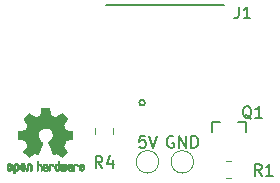
<source format=gbr>
%TF.GenerationSoftware,KiCad,Pcbnew,(5.1.8-0-10_14)*%
%TF.CreationDate,2021-03-11T12:17:28+11:00*%
%TF.ProjectId,Open-JIP(KiCad)_T3.6_OD,4f70656e-2d4a-4495-9028-4b6943616429,rev?*%
%TF.SameCoordinates,Original*%
%TF.FileFunction,Legend,Top*%
%TF.FilePolarity,Positive*%
%FSLAX46Y46*%
G04 Gerber Fmt 4.6, Leading zero omitted, Abs format (unit mm)*
G04 Created by KiCad (PCBNEW (5.1.8-0-10_14)) date 2021-03-11 12:17:28*
%MOMM*%
%LPD*%
G01*
G04 APERTURE LIST*
%ADD10C,0.010000*%
%ADD11C,0.200000*%
%ADD12C,0.120000*%
%ADD13C,0.203200*%
%ADD14C,0.150000*%
G04 APERTURE END LIST*
D10*
%TO.C,REF\u002A\u002A*%
G36*
X65003910Y-123342348D02*
G01*
X65082454Y-123342778D01*
X65139298Y-123343942D01*
X65178105Y-123346207D01*
X65202538Y-123349940D01*
X65216262Y-123355506D01*
X65222940Y-123363273D01*
X65226236Y-123373605D01*
X65226556Y-123374943D01*
X65231562Y-123399079D01*
X65240829Y-123446701D01*
X65253392Y-123512741D01*
X65268287Y-123592128D01*
X65284551Y-123679796D01*
X65285119Y-123682875D01*
X65301410Y-123768789D01*
X65316652Y-123844696D01*
X65329861Y-123906045D01*
X65340054Y-123948282D01*
X65346248Y-123966855D01*
X65346543Y-123967184D01*
X65364788Y-123976253D01*
X65402405Y-123991367D01*
X65451271Y-124009262D01*
X65451543Y-124009358D01*
X65513093Y-124032493D01*
X65585657Y-124061965D01*
X65654057Y-124091597D01*
X65657294Y-124093062D01*
X65768702Y-124143626D01*
X66015399Y-123975160D01*
X66091077Y-123923803D01*
X66159631Y-123877889D01*
X66217088Y-123840030D01*
X66259476Y-123812837D01*
X66282825Y-123798921D01*
X66285042Y-123797889D01*
X66302010Y-123802484D01*
X66333701Y-123824655D01*
X66381352Y-123865447D01*
X66446198Y-123925905D01*
X66512397Y-123990227D01*
X66576214Y-124053612D01*
X66633329Y-124111451D01*
X66680305Y-124160175D01*
X66713703Y-124196210D01*
X66730085Y-124215984D01*
X66730694Y-124217002D01*
X66732505Y-124230572D01*
X66725683Y-124252733D01*
X66708540Y-124286478D01*
X66679393Y-124334800D01*
X66636555Y-124400692D01*
X66579448Y-124485517D01*
X66528766Y-124560177D01*
X66483461Y-124627140D01*
X66446150Y-124682516D01*
X66419452Y-124722420D01*
X66405985Y-124742962D01*
X66405137Y-124744356D01*
X66406781Y-124764038D01*
X66419245Y-124802293D01*
X66440048Y-124851889D01*
X66447462Y-124867728D01*
X66479814Y-124938290D01*
X66514328Y-125018353D01*
X66542365Y-125087629D01*
X66562568Y-125139045D01*
X66578615Y-125178119D01*
X66587888Y-125198541D01*
X66589041Y-125200114D01*
X66606096Y-125202721D01*
X66646298Y-125209863D01*
X66704302Y-125220523D01*
X66774763Y-125233685D01*
X66852335Y-125248333D01*
X66931672Y-125263449D01*
X67007431Y-125278018D01*
X67074264Y-125291022D01*
X67126828Y-125301445D01*
X67159776Y-125308270D01*
X67167857Y-125310199D01*
X67176205Y-125314962D01*
X67182506Y-125325718D01*
X67187045Y-125346098D01*
X67190104Y-125379734D01*
X67191967Y-125430255D01*
X67192918Y-125501292D01*
X67193240Y-125596476D01*
X67193257Y-125635492D01*
X67193257Y-125952799D01*
X67117057Y-125967839D01*
X67074663Y-125975995D01*
X67011400Y-125987899D01*
X66934962Y-126002116D01*
X66853043Y-126017210D01*
X66830400Y-126021355D01*
X66754806Y-126036053D01*
X66688953Y-126050505D01*
X66638366Y-126063375D01*
X66608574Y-126073322D01*
X66603612Y-126076287D01*
X66591426Y-126097283D01*
X66573953Y-126137967D01*
X66554577Y-126190322D01*
X66550734Y-126201600D01*
X66525339Y-126271523D01*
X66493817Y-126350418D01*
X66462969Y-126421266D01*
X66462817Y-126421595D01*
X66411447Y-126532733D01*
X66580399Y-126781253D01*
X66749352Y-127029772D01*
X66532429Y-127247058D01*
X66466819Y-127311726D01*
X66406979Y-127368733D01*
X66356267Y-127415033D01*
X66318046Y-127447584D01*
X66295675Y-127463343D01*
X66292466Y-127464343D01*
X66273626Y-127456469D01*
X66235180Y-127434578D01*
X66181330Y-127401267D01*
X66116276Y-127359131D01*
X66045940Y-127311943D01*
X65974555Y-127263810D01*
X65910908Y-127221928D01*
X65859041Y-127188871D01*
X65822995Y-127167218D01*
X65806867Y-127159543D01*
X65787189Y-127166037D01*
X65749875Y-127183150D01*
X65702621Y-127207326D01*
X65697612Y-127210013D01*
X65633977Y-127241927D01*
X65590341Y-127257579D01*
X65563202Y-127257745D01*
X65549057Y-127243204D01*
X65548975Y-127243000D01*
X65541905Y-127225779D01*
X65525042Y-127184899D01*
X65499695Y-127123525D01*
X65467171Y-127044819D01*
X65428778Y-126951947D01*
X65385822Y-126848072D01*
X65344222Y-126747502D01*
X65298504Y-126636516D01*
X65256526Y-126533703D01*
X65219548Y-126442215D01*
X65188827Y-126365201D01*
X65165622Y-126305815D01*
X65151190Y-126267209D01*
X65146743Y-126252800D01*
X65157896Y-126236272D01*
X65187069Y-126209930D01*
X65225971Y-126180887D01*
X65336757Y-126089039D01*
X65423351Y-125983759D01*
X65484716Y-125867266D01*
X65519815Y-125741776D01*
X65527608Y-125609507D01*
X65521943Y-125548457D01*
X65491078Y-125421795D01*
X65437920Y-125309941D01*
X65365767Y-125214001D01*
X65277917Y-125135076D01*
X65177665Y-125074270D01*
X65068310Y-125032687D01*
X64953147Y-125011428D01*
X64835475Y-125011599D01*
X64718590Y-125034301D01*
X64605789Y-125080638D01*
X64500369Y-125151713D01*
X64456368Y-125191911D01*
X64371979Y-125295129D01*
X64313222Y-125407925D01*
X64279704Y-125527010D01*
X64271035Y-125649095D01*
X64286823Y-125770893D01*
X64326678Y-125889116D01*
X64390207Y-126000475D01*
X64477021Y-126101684D01*
X64574029Y-126180887D01*
X64614437Y-126211162D01*
X64642982Y-126237219D01*
X64653257Y-126252825D01*
X64647877Y-126269843D01*
X64632575Y-126310500D01*
X64608612Y-126371642D01*
X64577244Y-126450119D01*
X64539732Y-126542780D01*
X64497333Y-126646472D01*
X64455663Y-126747526D01*
X64409690Y-126858607D01*
X64367107Y-126961541D01*
X64329221Y-127053165D01*
X64297340Y-127130316D01*
X64272771Y-127189831D01*
X64256820Y-127228544D01*
X64250910Y-127243000D01*
X64236948Y-127257685D01*
X64209940Y-127257642D01*
X64166413Y-127242099D01*
X64102890Y-127210284D01*
X64102388Y-127210013D01*
X64054560Y-127185323D01*
X64015897Y-127167338D01*
X63994095Y-127159614D01*
X63993133Y-127159543D01*
X63976721Y-127167378D01*
X63940487Y-127189165D01*
X63888474Y-127222328D01*
X63824725Y-127264291D01*
X63754060Y-127311943D01*
X63682116Y-127360191D01*
X63617274Y-127402151D01*
X63563735Y-127435227D01*
X63525697Y-127456821D01*
X63507533Y-127464343D01*
X63490808Y-127454457D01*
X63457180Y-127426826D01*
X63410010Y-127384495D01*
X63352658Y-127330505D01*
X63288484Y-127267899D01*
X63267497Y-127246983D01*
X63050499Y-127029623D01*
X63215668Y-126787220D01*
X63265864Y-126712781D01*
X63309919Y-126645972D01*
X63345362Y-126590665D01*
X63369719Y-126550729D01*
X63380522Y-126530036D01*
X63380838Y-126528563D01*
X63375143Y-126509058D01*
X63359826Y-126469822D01*
X63337537Y-126417430D01*
X63321893Y-126382355D01*
X63292641Y-126315201D01*
X63265094Y-126247358D01*
X63243737Y-126190034D01*
X63237935Y-126172572D01*
X63221452Y-126125938D01*
X63205340Y-126089905D01*
X63196490Y-126076287D01*
X63176960Y-126067952D01*
X63134334Y-126056137D01*
X63074145Y-126042181D01*
X63001922Y-126027422D01*
X62969600Y-126021355D01*
X62887522Y-126006273D01*
X62808795Y-125991669D01*
X62741109Y-125978980D01*
X62692160Y-125969642D01*
X62682943Y-125967839D01*
X62606743Y-125952799D01*
X62606743Y-125635492D01*
X62606914Y-125531154D01*
X62607616Y-125452213D01*
X62609134Y-125395038D01*
X62611749Y-125355999D01*
X62615746Y-125331465D01*
X62621409Y-125317805D01*
X62629020Y-125311389D01*
X62632143Y-125310199D01*
X62650978Y-125305980D01*
X62692588Y-125297562D01*
X62751630Y-125285961D01*
X62822757Y-125272195D01*
X62900625Y-125257280D01*
X62979887Y-125242232D01*
X63055198Y-125228069D01*
X63121213Y-125215806D01*
X63172587Y-125206461D01*
X63203975Y-125201050D01*
X63210959Y-125200114D01*
X63217285Y-125187596D01*
X63231290Y-125154246D01*
X63250355Y-125106377D01*
X63257634Y-125087629D01*
X63286996Y-125015195D01*
X63321571Y-124935170D01*
X63352537Y-124867728D01*
X63375323Y-124816159D01*
X63390482Y-124773785D01*
X63395542Y-124747834D01*
X63394736Y-124744356D01*
X63384041Y-124727936D01*
X63359620Y-124691417D01*
X63324095Y-124638687D01*
X63280087Y-124573635D01*
X63230217Y-124500151D01*
X63220356Y-124485645D01*
X63162492Y-124399704D01*
X63119956Y-124334261D01*
X63091054Y-124286304D01*
X63074090Y-124252820D01*
X63067367Y-124230795D01*
X63069190Y-124217217D01*
X63069236Y-124217131D01*
X63083586Y-124199297D01*
X63115323Y-124164817D01*
X63161010Y-124117268D01*
X63217204Y-124060222D01*
X63280468Y-123997255D01*
X63287602Y-123990227D01*
X63367330Y-123913020D01*
X63428857Y-123856330D01*
X63473421Y-123819110D01*
X63502257Y-123800315D01*
X63514958Y-123797889D01*
X63533494Y-123808471D01*
X63571961Y-123832916D01*
X63626386Y-123868612D01*
X63692798Y-123912947D01*
X63767225Y-123963311D01*
X63784601Y-123975160D01*
X64031297Y-124143626D01*
X64142706Y-124093062D01*
X64210457Y-124063595D01*
X64283183Y-124033959D01*
X64345703Y-124010330D01*
X64348457Y-124009358D01*
X64397360Y-123991457D01*
X64435057Y-123976320D01*
X64453425Y-123967210D01*
X64453456Y-123967184D01*
X64459285Y-123950717D01*
X64469192Y-123910219D01*
X64482195Y-123850242D01*
X64497309Y-123775340D01*
X64513552Y-123690064D01*
X64514881Y-123682875D01*
X64531175Y-123595014D01*
X64546133Y-123515260D01*
X64558791Y-123448681D01*
X64568186Y-123400347D01*
X64573354Y-123375325D01*
X64573444Y-123374943D01*
X64576589Y-123364299D01*
X64582704Y-123356262D01*
X64595453Y-123350467D01*
X64618500Y-123346547D01*
X64655509Y-123344135D01*
X64710144Y-123342865D01*
X64786067Y-123342371D01*
X64886944Y-123342286D01*
X64900000Y-123342286D01*
X65003910Y-123342348D01*
G37*
X65003910Y-123342348D02*
X65082454Y-123342778D01*
X65139298Y-123343942D01*
X65178105Y-123346207D01*
X65202538Y-123349940D01*
X65216262Y-123355506D01*
X65222940Y-123363273D01*
X65226236Y-123373605D01*
X65226556Y-123374943D01*
X65231562Y-123399079D01*
X65240829Y-123446701D01*
X65253392Y-123512741D01*
X65268287Y-123592128D01*
X65284551Y-123679796D01*
X65285119Y-123682875D01*
X65301410Y-123768789D01*
X65316652Y-123844696D01*
X65329861Y-123906045D01*
X65340054Y-123948282D01*
X65346248Y-123966855D01*
X65346543Y-123967184D01*
X65364788Y-123976253D01*
X65402405Y-123991367D01*
X65451271Y-124009262D01*
X65451543Y-124009358D01*
X65513093Y-124032493D01*
X65585657Y-124061965D01*
X65654057Y-124091597D01*
X65657294Y-124093062D01*
X65768702Y-124143626D01*
X66015399Y-123975160D01*
X66091077Y-123923803D01*
X66159631Y-123877889D01*
X66217088Y-123840030D01*
X66259476Y-123812837D01*
X66282825Y-123798921D01*
X66285042Y-123797889D01*
X66302010Y-123802484D01*
X66333701Y-123824655D01*
X66381352Y-123865447D01*
X66446198Y-123925905D01*
X66512397Y-123990227D01*
X66576214Y-124053612D01*
X66633329Y-124111451D01*
X66680305Y-124160175D01*
X66713703Y-124196210D01*
X66730085Y-124215984D01*
X66730694Y-124217002D01*
X66732505Y-124230572D01*
X66725683Y-124252733D01*
X66708540Y-124286478D01*
X66679393Y-124334800D01*
X66636555Y-124400692D01*
X66579448Y-124485517D01*
X66528766Y-124560177D01*
X66483461Y-124627140D01*
X66446150Y-124682516D01*
X66419452Y-124722420D01*
X66405985Y-124742962D01*
X66405137Y-124744356D01*
X66406781Y-124764038D01*
X66419245Y-124802293D01*
X66440048Y-124851889D01*
X66447462Y-124867728D01*
X66479814Y-124938290D01*
X66514328Y-125018353D01*
X66542365Y-125087629D01*
X66562568Y-125139045D01*
X66578615Y-125178119D01*
X66587888Y-125198541D01*
X66589041Y-125200114D01*
X66606096Y-125202721D01*
X66646298Y-125209863D01*
X66704302Y-125220523D01*
X66774763Y-125233685D01*
X66852335Y-125248333D01*
X66931672Y-125263449D01*
X67007431Y-125278018D01*
X67074264Y-125291022D01*
X67126828Y-125301445D01*
X67159776Y-125308270D01*
X67167857Y-125310199D01*
X67176205Y-125314962D01*
X67182506Y-125325718D01*
X67187045Y-125346098D01*
X67190104Y-125379734D01*
X67191967Y-125430255D01*
X67192918Y-125501292D01*
X67193240Y-125596476D01*
X67193257Y-125635492D01*
X67193257Y-125952799D01*
X67117057Y-125967839D01*
X67074663Y-125975995D01*
X67011400Y-125987899D01*
X66934962Y-126002116D01*
X66853043Y-126017210D01*
X66830400Y-126021355D01*
X66754806Y-126036053D01*
X66688953Y-126050505D01*
X66638366Y-126063375D01*
X66608574Y-126073322D01*
X66603612Y-126076287D01*
X66591426Y-126097283D01*
X66573953Y-126137967D01*
X66554577Y-126190322D01*
X66550734Y-126201600D01*
X66525339Y-126271523D01*
X66493817Y-126350418D01*
X66462969Y-126421266D01*
X66462817Y-126421595D01*
X66411447Y-126532733D01*
X66580399Y-126781253D01*
X66749352Y-127029772D01*
X66532429Y-127247058D01*
X66466819Y-127311726D01*
X66406979Y-127368733D01*
X66356267Y-127415033D01*
X66318046Y-127447584D01*
X66295675Y-127463343D01*
X66292466Y-127464343D01*
X66273626Y-127456469D01*
X66235180Y-127434578D01*
X66181330Y-127401267D01*
X66116276Y-127359131D01*
X66045940Y-127311943D01*
X65974555Y-127263810D01*
X65910908Y-127221928D01*
X65859041Y-127188871D01*
X65822995Y-127167218D01*
X65806867Y-127159543D01*
X65787189Y-127166037D01*
X65749875Y-127183150D01*
X65702621Y-127207326D01*
X65697612Y-127210013D01*
X65633977Y-127241927D01*
X65590341Y-127257579D01*
X65563202Y-127257745D01*
X65549057Y-127243204D01*
X65548975Y-127243000D01*
X65541905Y-127225779D01*
X65525042Y-127184899D01*
X65499695Y-127123525D01*
X65467171Y-127044819D01*
X65428778Y-126951947D01*
X65385822Y-126848072D01*
X65344222Y-126747502D01*
X65298504Y-126636516D01*
X65256526Y-126533703D01*
X65219548Y-126442215D01*
X65188827Y-126365201D01*
X65165622Y-126305815D01*
X65151190Y-126267209D01*
X65146743Y-126252800D01*
X65157896Y-126236272D01*
X65187069Y-126209930D01*
X65225971Y-126180887D01*
X65336757Y-126089039D01*
X65423351Y-125983759D01*
X65484716Y-125867266D01*
X65519815Y-125741776D01*
X65527608Y-125609507D01*
X65521943Y-125548457D01*
X65491078Y-125421795D01*
X65437920Y-125309941D01*
X65365767Y-125214001D01*
X65277917Y-125135076D01*
X65177665Y-125074270D01*
X65068310Y-125032687D01*
X64953147Y-125011428D01*
X64835475Y-125011599D01*
X64718590Y-125034301D01*
X64605789Y-125080638D01*
X64500369Y-125151713D01*
X64456368Y-125191911D01*
X64371979Y-125295129D01*
X64313222Y-125407925D01*
X64279704Y-125527010D01*
X64271035Y-125649095D01*
X64286823Y-125770893D01*
X64326678Y-125889116D01*
X64390207Y-126000475D01*
X64477021Y-126101684D01*
X64574029Y-126180887D01*
X64614437Y-126211162D01*
X64642982Y-126237219D01*
X64653257Y-126252825D01*
X64647877Y-126269843D01*
X64632575Y-126310500D01*
X64608612Y-126371642D01*
X64577244Y-126450119D01*
X64539732Y-126542780D01*
X64497333Y-126646472D01*
X64455663Y-126747526D01*
X64409690Y-126858607D01*
X64367107Y-126961541D01*
X64329221Y-127053165D01*
X64297340Y-127130316D01*
X64272771Y-127189831D01*
X64256820Y-127228544D01*
X64250910Y-127243000D01*
X64236948Y-127257685D01*
X64209940Y-127257642D01*
X64166413Y-127242099D01*
X64102890Y-127210284D01*
X64102388Y-127210013D01*
X64054560Y-127185323D01*
X64015897Y-127167338D01*
X63994095Y-127159614D01*
X63993133Y-127159543D01*
X63976721Y-127167378D01*
X63940487Y-127189165D01*
X63888474Y-127222328D01*
X63824725Y-127264291D01*
X63754060Y-127311943D01*
X63682116Y-127360191D01*
X63617274Y-127402151D01*
X63563735Y-127435227D01*
X63525697Y-127456821D01*
X63507533Y-127464343D01*
X63490808Y-127454457D01*
X63457180Y-127426826D01*
X63410010Y-127384495D01*
X63352658Y-127330505D01*
X63288484Y-127267899D01*
X63267497Y-127246983D01*
X63050499Y-127029623D01*
X63215668Y-126787220D01*
X63265864Y-126712781D01*
X63309919Y-126645972D01*
X63345362Y-126590665D01*
X63369719Y-126550729D01*
X63380522Y-126530036D01*
X63380838Y-126528563D01*
X63375143Y-126509058D01*
X63359826Y-126469822D01*
X63337537Y-126417430D01*
X63321893Y-126382355D01*
X63292641Y-126315201D01*
X63265094Y-126247358D01*
X63243737Y-126190034D01*
X63237935Y-126172572D01*
X63221452Y-126125938D01*
X63205340Y-126089905D01*
X63196490Y-126076287D01*
X63176960Y-126067952D01*
X63134334Y-126056137D01*
X63074145Y-126042181D01*
X63001922Y-126027422D01*
X62969600Y-126021355D01*
X62887522Y-126006273D01*
X62808795Y-125991669D01*
X62741109Y-125978980D01*
X62692160Y-125969642D01*
X62682943Y-125967839D01*
X62606743Y-125952799D01*
X62606743Y-125635492D01*
X62606914Y-125531154D01*
X62607616Y-125452213D01*
X62609134Y-125395038D01*
X62611749Y-125355999D01*
X62615746Y-125331465D01*
X62621409Y-125317805D01*
X62629020Y-125311389D01*
X62632143Y-125310199D01*
X62650978Y-125305980D01*
X62692588Y-125297562D01*
X62751630Y-125285961D01*
X62822757Y-125272195D01*
X62900625Y-125257280D01*
X62979887Y-125242232D01*
X63055198Y-125228069D01*
X63121213Y-125215806D01*
X63172587Y-125206461D01*
X63203975Y-125201050D01*
X63210959Y-125200114D01*
X63217285Y-125187596D01*
X63231290Y-125154246D01*
X63250355Y-125106377D01*
X63257634Y-125087629D01*
X63286996Y-125015195D01*
X63321571Y-124935170D01*
X63352537Y-124867728D01*
X63375323Y-124816159D01*
X63390482Y-124773785D01*
X63395542Y-124747834D01*
X63394736Y-124744356D01*
X63384041Y-124727936D01*
X63359620Y-124691417D01*
X63324095Y-124638687D01*
X63280087Y-124573635D01*
X63230217Y-124500151D01*
X63220356Y-124485645D01*
X63162492Y-124399704D01*
X63119956Y-124334261D01*
X63091054Y-124286304D01*
X63074090Y-124252820D01*
X63067367Y-124230795D01*
X63069190Y-124217217D01*
X63069236Y-124217131D01*
X63083586Y-124199297D01*
X63115323Y-124164817D01*
X63161010Y-124117268D01*
X63217204Y-124060222D01*
X63280468Y-123997255D01*
X63287602Y-123990227D01*
X63367330Y-123913020D01*
X63428857Y-123856330D01*
X63473421Y-123819110D01*
X63502257Y-123800315D01*
X63514958Y-123797889D01*
X63533494Y-123808471D01*
X63571961Y-123832916D01*
X63626386Y-123868612D01*
X63692798Y-123912947D01*
X63767225Y-123963311D01*
X63784601Y-123975160D01*
X64031297Y-124143626D01*
X64142706Y-124093062D01*
X64210457Y-124063595D01*
X64283183Y-124033959D01*
X64345703Y-124010330D01*
X64348457Y-124009358D01*
X64397360Y-123991457D01*
X64435057Y-123976320D01*
X64453425Y-123967210D01*
X64453456Y-123967184D01*
X64459285Y-123950717D01*
X64469192Y-123910219D01*
X64482195Y-123850242D01*
X64497309Y-123775340D01*
X64513552Y-123690064D01*
X64514881Y-123682875D01*
X64531175Y-123595014D01*
X64546133Y-123515260D01*
X64558791Y-123448681D01*
X64568186Y-123400347D01*
X64573354Y-123375325D01*
X64573444Y-123374943D01*
X64576589Y-123364299D01*
X64582704Y-123356262D01*
X64595453Y-123350467D01*
X64618500Y-123346547D01*
X64655509Y-123344135D01*
X64710144Y-123342865D01*
X64786067Y-123342371D01*
X64886944Y-123342286D01*
X64900000Y-123342286D01*
X65003910Y-123342348D01*
G36*
X68053595Y-128066966D02*
G01*
X68111021Y-128104497D01*
X68138719Y-128138096D01*
X68160662Y-128199064D01*
X68162405Y-128247308D01*
X68158457Y-128311816D01*
X68009686Y-128376934D01*
X67937349Y-128410202D01*
X67890084Y-128436964D01*
X67865507Y-128460144D01*
X67861237Y-128482667D01*
X67874889Y-128507455D01*
X67889943Y-128523886D01*
X67933746Y-128550235D01*
X67981389Y-128552081D01*
X68025145Y-128531546D01*
X68057289Y-128490752D01*
X68063038Y-128476347D01*
X68090576Y-128431356D01*
X68122258Y-128412182D01*
X68165714Y-128395779D01*
X68165714Y-128457966D01*
X68161872Y-128500283D01*
X68146823Y-128535969D01*
X68115280Y-128576943D01*
X68110592Y-128582267D01*
X68075506Y-128618720D01*
X68045347Y-128638283D01*
X68007615Y-128647283D01*
X67976335Y-128650230D01*
X67920385Y-128650965D01*
X67880555Y-128641660D01*
X67855708Y-128627846D01*
X67816656Y-128597467D01*
X67789625Y-128564613D01*
X67772517Y-128523294D01*
X67763238Y-128467521D01*
X67759693Y-128391305D01*
X67759410Y-128352622D01*
X67760372Y-128306247D01*
X67848007Y-128306247D01*
X67849023Y-128331126D01*
X67851556Y-128335200D01*
X67868274Y-128329665D01*
X67904249Y-128315017D01*
X67952331Y-128294190D01*
X67962386Y-128289714D01*
X68023152Y-128258814D01*
X68056632Y-128231657D01*
X68063990Y-128206220D01*
X68046391Y-128180481D01*
X68031856Y-128169109D01*
X67979410Y-128146364D01*
X67930322Y-128150122D01*
X67889227Y-128177884D01*
X67860758Y-128227152D01*
X67851631Y-128266257D01*
X67848007Y-128306247D01*
X67760372Y-128306247D01*
X67761285Y-128262249D01*
X67768196Y-128195384D01*
X67781884Y-128146695D01*
X67804096Y-128110849D01*
X67836574Y-128082513D01*
X67850733Y-128073355D01*
X67915053Y-128049507D01*
X67985473Y-128048006D01*
X68053595Y-128066966D01*
G37*
X68053595Y-128066966D02*
X68111021Y-128104497D01*
X68138719Y-128138096D01*
X68160662Y-128199064D01*
X68162405Y-128247308D01*
X68158457Y-128311816D01*
X68009686Y-128376934D01*
X67937349Y-128410202D01*
X67890084Y-128436964D01*
X67865507Y-128460144D01*
X67861237Y-128482667D01*
X67874889Y-128507455D01*
X67889943Y-128523886D01*
X67933746Y-128550235D01*
X67981389Y-128552081D01*
X68025145Y-128531546D01*
X68057289Y-128490752D01*
X68063038Y-128476347D01*
X68090576Y-128431356D01*
X68122258Y-128412182D01*
X68165714Y-128395779D01*
X68165714Y-128457966D01*
X68161872Y-128500283D01*
X68146823Y-128535969D01*
X68115280Y-128576943D01*
X68110592Y-128582267D01*
X68075506Y-128618720D01*
X68045347Y-128638283D01*
X68007615Y-128647283D01*
X67976335Y-128650230D01*
X67920385Y-128650965D01*
X67880555Y-128641660D01*
X67855708Y-128627846D01*
X67816656Y-128597467D01*
X67789625Y-128564613D01*
X67772517Y-128523294D01*
X67763238Y-128467521D01*
X67759693Y-128391305D01*
X67759410Y-128352622D01*
X67760372Y-128306247D01*
X67848007Y-128306247D01*
X67849023Y-128331126D01*
X67851556Y-128335200D01*
X67868274Y-128329665D01*
X67904249Y-128315017D01*
X67952331Y-128294190D01*
X67962386Y-128289714D01*
X68023152Y-128258814D01*
X68056632Y-128231657D01*
X68063990Y-128206220D01*
X68046391Y-128180481D01*
X68031856Y-128169109D01*
X67979410Y-128146364D01*
X67930322Y-128150122D01*
X67889227Y-128177884D01*
X67860758Y-128227152D01*
X67851631Y-128266257D01*
X67848007Y-128306247D01*
X67760372Y-128306247D01*
X67761285Y-128262249D01*
X67768196Y-128195384D01*
X67781884Y-128146695D01*
X67804096Y-128110849D01*
X67836574Y-128082513D01*
X67850733Y-128073355D01*
X67915053Y-128049507D01*
X67985473Y-128048006D01*
X68053595Y-128066966D01*
G36*
X67552600Y-128058752D02*
G01*
X67569948Y-128066334D01*
X67611356Y-128099128D01*
X67646765Y-128146547D01*
X67668664Y-128197151D01*
X67672229Y-128222098D01*
X67660279Y-128256927D01*
X67634067Y-128275357D01*
X67605964Y-128286516D01*
X67593095Y-128288572D01*
X67586829Y-128273649D01*
X67574456Y-128241175D01*
X67569028Y-128226502D01*
X67538590Y-128175744D01*
X67494520Y-128150427D01*
X67438010Y-128151206D01*
X67433825Y-128152203D01*
X67403655Y-128166507D01*
X67381476Y-128194393D01*
X67366327Y-128239287D01*
X67357250Y-128304615D01*
X67353286Y-128393804D01*
X67352914Y-128441261D01*
X67352730Y-128516071D01*
X67351522Y-128567069D01*
X67348309Y-128599471D01*
X67342109Y-128618495D01*
X67331940Y-128629356D01*
X67316819Y-128637272D01*
X67315946Y-128637670D01*
X67286828Y-128649981D01*
X67272403Y-128654514D01*
X67270186Y-128640809D01*
X67268289Y-128602925D01*
X67266847Y-128545715D01*
X67265998Y-128474027D01*
X67265829Y-128421565D01*
X67266692Y-128320047D01*
X67270070Y-128243032D01*
X67277142Y-128186023D01*
X67289088Y-128144526D01*
X67307090Y-128114043D01*
X67332327Y-128090080D01*
X67357247Y-128073355D01*
X67417171Y-128051097D01*
X67486911Y-128046076D01*
X67552600Y-128058752D01*
G37*
X67552600Y-128058752D02*
X67569948Y-128066334D01*
X67611356Y-128099128D01*
X67646765Y-128146547D01*
X67668664Y-128197151D01*
X67672229Y-128222098D01*
X67660279Y-128256927D01*
X67634067Y-128275357D01*
X67605964Y-128286516D01*
X67593095Y-128288572D01*
X67586829Y-128273649D01*
X67574456Y-128241175D01*
X67569028Y-128226502D01*
X67538590Y-128175744D01*
X67494520Y-128150427D01*
X67438010Y-128151206D01*
X67433825Y-128152203D01*
X67403655Y-128166507D01*
X67381476Y-128194393D01*
X67366327Y-128239287D01*
X67357250Y-128304615D01*
X67353286Y-128393804D01*
X67352914Y-128441261D01*
X67352730Y-128516071D01*
X67351522Y-128567069D01*
X67348309Y-128599471D01*
X67342109Y-128618495D01*
X67331940Y-128629356D01*
X67316819Y-128637272D01*
X67315946Y-128637670D01*
X67286828Y-128649981D01*
X67272403Y-128654514D01*
X67270186Y-128640809D01*
X67268289Y-128602925D01*
X67266847Y-128545715D01*
X67265998Y-128474027D01*
X67265829Y-128421565D01*
X67266692Y-128320047D01*
X67270070Y-128243032D01*
X67277142Y-128186023D01*
X67289088Y-128144526D01*
X67307090Y-128114043D01*
X67332327Y-128090080D01*
X67357247Y-128073355D01*
X67417171Y-128051097D01*
X67486911Y-128046076D01*
X67552600Y-128058752D01*
G36*
X67044876Y-128056335D02*
G01*
X67086667Y-128075344D01*
X67119469Y-128098378D01*
X67143503Y-128124133D01*
X67160097Y-128157358D01*
X67170577Y-128202800D01*
X67176271Y-128265207D01*
X67178507Y-128349327D01*
X67178743Y-128404721D01*
X67178743Y-128620826D01*
X67141774Y-128637670D01*
X67112656Y-128649981D01*
X67098231Y-128654514D01*
X67095472Y-128641025D01*
X67093282Y-128604653D01*
X67091942Y-128551542D01*
X67091657Y-128509372D01*
X67090434Y-128448447D01*
X67087136Y-128400115D01*
X67082321Y-128370518D01*
X67078496Y-128364229D01*
X67052783Y-128370652D01*
X67012418Y-128387125D01*
X66965679Y-128409458D01*
X66920845Y-128433457D01*
X66886193Y-128454930D01*
X66870002Y-128469685D01*
X66869938Y-128469845D01*
X66871330Y-128497152D01*
X66883818Y-128523219D01*
X66905743Y-128544392D01*
X66937743Y-128551474D01*
X66965092Y-128550649D01*
X67003826Y-128550042D01*
X67024158Y-128559116D01*
X67036369Y-128583092D01*
X67037909Y-128587613D01*
X67043203Y-128621806D01*
X67029047Y-128642568D01*
X66992148Y-128652462D01*
X66952289Y-128654292D01*
X66880562Y-128640727D01*
X66843432Y-128621355D01*
X66797576Y-128575845D01*
X66773256Y-128519983D01*
X66771073Y-128460957D01*
X66791629Y-128405953D01*
X66822549Y-128371486D01*
X66853420Y-128352189D01*
X66901942Y-128327759D01*
X66958485Y-128302985D01*
X66967910Y-128299199D01*
X67030019Y-128271791D01*
X67065822Y-128247634D01*
X67077337Y-128223619D01*
X67066580Y-128196635D01*
X67048114Y-128175543D01*
X67004469Y-128149572D01*
X66956446Y-128147624D01*
X66912406Y-128167637D01*
X66880709Y-128207551D01*
X66876549Y-128217848D01*
X66852327Y-128255724D01*
X66816965Y-128283842D01*
X66772343Y-128306917D01*
X66772343Y-128241485D01*
X66774969Y-128201506D01*
X66786230Y-128169997D01*
X66811199Y-128136378D01*
X66835169Y-128110484D01*
X66872441Y-128073817D01*
X66901401Y-128054121D01*
X66932505Y-128046220D01*
X66967713Y-128044914D01*
X67044876Y-128056335D01*
G37*
X67044876Y-128056335D02*
X67086667Y-128075344D01*
X67119469Y-128098378D01*
X67143503Y-128124133D01*
X67160097Y-128157358D01*
X67170577Y-128202800D01*
X67176271Y-128265207D01*
X67178507Y-128349327D01*
X67178743Y-128404721D01*
X67178743Y-128620826D01*
X67141774Y-128637670D01*
X67112656Y-128649981D01*
X67098231Y-128654514D01*
X67095472Y-128641025D01*
X67093282Y-128604653D01*
X67091942Y-128551542D01*
X67091657Y-128509372D01*
X67090434Y-128448447D01*
X67087136Y-128400115D01*
X67082321Y-128370518D01*
X67078496Y-128364229D01*
X67052783Y-128370652D01*
X67012418Y-128387125D01*
X66965679Y-128409458D01*
X66920845Y-128433457D01*
X66886193Y-128454930D01*
X66870002Y-128469685D01*
X66869938Y-128469845D01*
X66871330Y-128497152D01*
X66883818Y-128523219D01*
X66905743Y-128544392D01*
X66937743Y-128551474D01*
X66965092Y-128550649D01*
X67003826Y-128550042D01*
X67024158Y-128559116D01*
X67036369Y-128583092D01*
X67037909Y-128587613D01*
X67043203Y-128621806D01*
X67029047Y-128642568D01*
X66992148Y-128652462D01*
X66952289Y-128654292D01*
X66880562Y-128640727D01*
X66843432Y-128621355D01*
X66797576Y-128575845D01*
X66773256Y-128519983D01*
X66771073Y-128460957D01*
X66791629Y-128405953D01*
X66822549Y-128371486D01*
X66853420Y-128352189D01*
X66901942Y-128327759D01*
X66958485Y-128302985D01*
X66967910Y-128299199D01*
X67030019Y-128271791D01*
X67065822Y-128247634D01*
X67077337Y-128223619D01*
X67066580Y-128196635D01*
X67048114Y-128175543D01*
X67004469Y-128149572D01*
X66956446Y-128147624D01*
X66912406Y-128167637D01*
X66880709Y-128207551D01*
X66876549Y-128217848D01*
X66852327Y-128255724D01*
X66816965Y-128283842D01*
X66772343Y-128306917D01*
X66772343Y-128241485D01*
X66774969Y-128201506D01*
X66786230Y-128169997D01*
X66811199Y-128136378D01*
X66835169Y-128110484D01*
X66872441Y-128073817D01*
X66901401Y-128054121D01*
X66932505Y-128046220D01*
X66967713Y-128044914D01*
X67044876Y-128056335D01*
G36*
X66679833Y-128058663D02*
G01*
X66682048Y-128096850D01*
X66683784Y-128154886D01*
X66684899Y-128228180D01*
X66685257Y-128305055D01*
X66685257Y-128565196D01*
X66639326Y-128611127D01*
X66607675Y-128639429D01*
X66579890Y-128650893D01*
X66541915Y-128650168D01*
X66526840Y-128648321D01*
X66479726Y-128642948D01*
X66440756Y-128639869D01*
X66431257Y-128639585D01*
X66399233Y-128641445D01*
X66353432Y-128646114D01*
X66335674Y-128648321D01*
X66292057Y-128651735D01*
X66262745Y-128644320D01*
X66233680Y-128621427D01*
X66223188Y-128611127D01*
X66177257Y-128565196D01*
X66177257Y-128078602D01*
X66214226Y-128061758D01*
X66246059Y-128049282D01*
X66264683Y-128044914D01*
X66269458Y-128058718D01*
X66273921Y-128097286D01*
X66277775Y-128156356D01*
X66280722Y-128231663D01*
X66282143Y-128295286D01*
X66286114Y-128545657D01*
X66320759Y-128550556D01*
X66352268Y-128547131D01*
X66367708Y-128536041D01*
X66372023Y-128515308D01*
X66375708Y-128471145D01*
X66378469Y-128409146D01*
X66380012Y-128334909D01*
X66380235Y-128296706D01*
X66380457Y-128076783D01*
X66426166Y-128060849D01*
X66458518Y-128050015D01*
X66476115Y-128044962D01*
X66476623Y-128044914D01*
X66478388Y-128058648D01*
X66480329Y-128096730D01*
X66482282Y-128154482D01*
X66484084Y-128227227D01*
X66485343Y-128295286D01*
X66489314Y-128545657D01*
X66576400Y-128545657D01*
X66580396Y-128317240D01*
X66584392Y-128088822D01*
X66626847Y-128066868D01*
X66658192Y-128051793D01*
X66676744Y-128044951D01*
X66677279Y-128044914D01*
X66679833Y-128058663D01*
G37*
X66679833Y-128058663D02*
X66682048Y-128096850D01*
X66683784Y-128154886D01*
X66684899Y-128228180D01*
X66685257Y-128305055D01*
X66685257Y-128565196D01*
X66639326Y-128611127D01*
X66607675Y-128639429D01*
X66579890Y-128650893D01*
X66541915Y-128650168D01*
X66526840Y-128648321D01*
X66479726Y-128642948D01*
X66440756Y-128639869D01*
X66431257Y-128639585D01*
X66399233Y-128641445D01*
X66353432Y-128646114D01*
X66335674Y-128648321D01*
X66292057Y-128651735D01*
X66262745Y-128644320D01*
X66233680Y-128621427D01*
X66223188Y-128611127D01*
X66177257Y-128565196D01*
X66177257Y-128078602D01*
X66214226Y-128061758D01*
X66246059Y-128049282D01*
X66264683Y-128044914D01*
X66269458Y-128058718D01*
X66273921Y-128097286D01*
X66277775Y-128156356D01*
X66280722Y-128231663D01*
X66282143Y-128295286D01*
X66286114Y-128545657D01*
X66320759Y-128550556D01*
X66352268Y-128547131D01*
X66367708Y-128536041D01*
X66372023Y-128515308D01*
X66375708Y-128471145D01*
X66378469Y-128409146D01*
X66380012Y-128334909D01*
X66380235Y-128296706D01*
X66380457Y-128076783D01*
X66426166Y-128060849D01*
X66458518Y-128050015D01*
X66476115Y-128044962D01*
X66476623Y-128044914D01*
X66478388Y-128058648D01*
X66480329Y-128096730D01*
X66482282Y-128154482D01*
X66484084Y-128227227D01*
X66485343Y-128295286D01*
X66489314Y-128545657D01*
X66576400Y-128545657D01*
X66580396Y-128317240D01*
X66584392Y-128088822D01*
X66626847Y-128066868D01*
X66658192Y-128051793D01*
X66676744Y-128044951D01*
X66677279Y-128044914D01*
X66679833Y-128058663D01*
G36*
X66090117Y-128165358D02*
G01*
X66089933Y-128273837D01*
X66089219Y-128357287D01*
X66087675Y-128419704D01*
X66085001Y-128465085D01*
X66080894Y-128497429D01*
X66075055Y-128520733D01*
X66067182Y-128538995D01*
X66061221Y-128549418D01*
X66011855Y-128605945D01*
X65949264Y-128641377D01*
X65880013Y-128654090D01*
X65810668Y-128642463D01*
X65769375Y-128621568D01*
X65726025Y-128585422D01*
X65696481Y-128541276D01*
X65678655Y-128483462D01*
X65670463Y-128406313D01*
X65669302Y-128349714D01*
X65669458Y-128345647D01*
X65770857Y-128345647D01*
X65771476Y-128410550D01*
X65774314Y-128453514D01*
X65780840Y-128481622D01*
X65792523Y-128501953D01*
X65806483Y-128517288D01*
X65853365Y-128546890D01*
X65903701Y-128549419D01*
X65951276Y-128524705D01*
X65954979Y-128521356D01*
X65970783Y-128503935D01*
X65980693Y-128483209D01*
X65986058Y-128452362D01*
X65988228Y-128404577D01*
X65988571Y-128351748D01*
X65987827Y-128285381D01*
X65984748Y-128241106D01*
X65978061Y-128212009D01*
X65966496Y-128191173D01*
X65957013Y-128180107D01*
X65912960Y-128152198D01*
X65862224Y-128148843D01*
X65813796Y-128170159D01*
X65804450Y-128178073D01*
X65788540Y-128195647D01*
X65778610Y-128216587D01*
X65773278Y-128247782D01*
X65771163Y-128296122D01*
X65770857Y-128345647D01*
X65669458Y-128345647D01*
X65672810Y-128258568D01*
X65684726Y-128190086D01*
X65707135Y-128138600D01*
X65742124Y-128098443D01*
X65769375Y-128077861D01*
X65818907Y-128055625D01*
X65876316Y-128045304D01*
X65929682Y-128048067D01*
X65959543Y-128059212D01*
X65971261Y-128062383D01*
X65979037Y-128050557D01*
X65984465Y-128018866D01*
X65988571Y-127970593D01*
X65993067Y-127916829D01*
X65999313Y-127884482D01*
X66010676Y-127865985D01*
X66030528Y-127853770D01*
X66043000Y-127848362D01*
X66090171Y-127828601D01*
X66090117Y-128165358D01*
G37*
X66090117Y-128165358D02*
X66089933Y-128273837D01*
X66089219Y-128357287D01*
X66087675Y-128419704D01*
X66085001Y-128465085D01*
X66080894Y-128497429D01*
X66075055Y-128520733D01*
X66067182Y-128538995D01*
X66061221Y-128549418D01*
X66011855Y-128605945D01*
X65949264Y-128641377D01*
X65880013Y-128654090D01*
X65810668Y-128642463D01*
X65769375Y-128621568D01*
X65726025Y-128585422D01*
X65696481Y-128541276D01*
X65678655Y-128483462D01*
X65670463Y-128406313D01*
X65669302Y-128349714D01*
X65669458Y-128345647D01*
X65770857Y-128345647D01*
X65771476Y-128410550D01*
X65774314Y-128453514D01*
X65780840Y-128481622D01*
X65792523Y-128501953D01*
X65806483Y-128517288D01*
X65853365Y-128546890D01*
X65903701Y-128549419D01*
X65951276Y-128524705D01*
X65954979Y-128521356D01*
X65970783Y-128503935D01*
X65980693Y-128483209D01*
X65986058Y-128452362D01*
X65988228Y-128404577D01*
X65988571Y-128351748D01*
X65987827Y-128285381D01*
X65984748Y-128241106D01*
X65978061Y-128212009D01*
X65966496Y-128191173D01*
X65957013Y-128180107D01*
X65912960Y-128152198D01*
X65862224Y-128148843D01*
X65813796Y-128170159D01*
X65804450Y-128178073D01*
X65788540Y-128195647D01*
X65778610Y-128216587D01*
X65773278Y-128247782D01*
X65771163Y-128296122D01*
X65770857Y-128345647D01*
X65669458Y-128345647D01*
X65672810Y-128258568D01*
X65684726Y-128190086D01*
X65707135Y-128138600D01*
X65742124Y-128098443D01*
X65769375Y-128077861D01*
X65818907Y-128055625D01*
X65876316Y-128045304D01*
X65929682Y-128048067D01*
X65959543Y-128059212D01*
X65971261Y-128062383D01*
X65979037Y-128050557D01*
X65984465Y-128018866D01*
X65988571Y-127970593D01*
X65993067Y-127916829D01*
X65999313Y-127884482D01*
X66010676Y-127865985D01*
X66030528Y-127853770D01*
X66043000Y-127848362D01*
X66090171Y-127828601D01*
X66090117Y-128165358D01*
G36*
X65429926Y-128049755D02*
G01*
X65495858Y-128074084D01*
X65549273Y-128117117D01*
X65570164Y-128147409D01*
X65592939Y-128202994D01*
X65592466Y-128243186D01*
X65568562Y-128270217D01*
X65559717Y-128274813D01*
X65521530Y-128289144D01*
X65502028Y-128285472D01*
X65495422Y-128261407D01*
X65495086Y-128248114D01*
X65482992Y-128199210D01*
X65451471Y-128164999D01*
X65407659Y-128148476D01*
X65358695Y-128152634D01*
X65318894Y-128174227D01*
X65305450Y-128186544D01*
X65295921Y-128201487D01*
X65289485Y-128224075D01*
X65285317Y-128259328D01*
X65282597Y-128312266D01*
X65280502Y-128387907D01*
X65279960Y-128411857D01*
X65277981Y-128493790D01*
X65275731Y-128551455D01*
X65272357Y-128589608D01*
X65267006Y-128613004D01*
X65258824Y-128626398D01*
X65246959Y-128634545D01*
X65239362Y-128638144D01*
X65207102Y-128650452D01*
X65188111Y-128654514D01*
X65181836Y-128640948D01*
X65178006Y-128599934D01*
X65176600Y-128530999D01*
X65177598Y-128433669D01*
X65177908Y-128418657D01*
X65180101Y-128329859D01*
X65182693Y-128265019D01*
X65186382Y-128219067D01*
X65191864Y-128186935D01*
X65199835Y-128163553D01*
X65210993Y-128143852D01*
X65216830Y-128135410D01*
X65250296Y-128098057D01*
X65287727Y-128069003D01*
X65292309Y-128066467D01*
X65359426Y-128046443D01*
X65429926Y-128049755D01*
G37*
X65429926Y-128049755D02*
X65495858Y-128074084D01*
X65549273Y-128117117D01*
X65570164Y-128147409D01*
X65592939Y-128202994D01*
X65592466Y-128243186D01*
X65568562Y-128270217D01*
X65559717Y-128274813D01*
X65521530Y-128289144D01*
X65502028Y-128285472D01*
X65495422Y-128261407D01*
X65495086Y-128248114D01*
X65482992Y-128199210D01*
X65451471Y-128164999D01*
X65407659Y-128148476D01*
X65358695Y-128152634D01*
X65318894Y-128174227D01*
X65305450Y-128186544D01*
X65295921Y-128201487D01*
X65289485Y-128224075D01*
X65285317Y-128259328D01*
X65282597Y-128312266D01*
X65280502Y-128387907D01*
X65279960Y-128411857D01*
X65277981Y-128493790D01*
X65275731Y-128551455D01*
X65272357Y-128589608D01*
X65267006Y-128613004D01*
X65258824Y-128626398D01*
X65246959Y-128634545D01*
X65239362Y-128638144D01*
X65207102Y-128650452D01*
X65188111Y-128654514D01*
X65181836Y-128640948D01*
X65178006Y-128599934D01*
X65176600Y-128530999D01*
X65177598Y-128433669D01*
X65177908Y-128418657D01*
X65180101Y-128329859D01*
X65182693Y-128265019D01*
X65186382Y-128219067D01*
X65191864Y-128186935D01*
X65199835Y-128163553D01*
X65210993Y-128143852D01*
X65216830Y-128135410D01*
X65250296Y-128098057D01*
X65287727Y-128069003D01*
X65292309Y-128066467D01*
X65359426Y-128046443D01*
X65429926Y-128049755D01*
G36*
X64939744Y-128050968D02*
G01*
X64996616Y-128072087D01*
X64997267Y-128072493D01*
X65032440Y-128098380D01*
X65058407Y-128128633D01*
X65076670Y-128168058D01*
X65088732Y-128221462D01*
X65096096Y-128293651D01*
X65100264Y-128389432D01*
X65100629Y-128403078D01*
X65105876Y-128608842D01*
X65061716Y-128631678D01*
X65029763Y-128647110D01*
X65010470Y-128654423D01*
X65009578Y-128654514D01*
X65006239Y-128641022D01*
X65003587Y-128604626D01*
X65001956Y-128551452D01*
X65001600Y-128508393D01*
X65001592Y-128438641D01*
X64998403Y-128394837D01*
X64987288Y-128373944D01*
X64963501Y-128372925D01*
X64922296Y-128388741D01*
X64860086Y-128417815D01*
X64814341Y-128441963D01*
X64790813Y-128462913D01*
X64783896Y-128485747D01*
X64783886Y-128486877D01*
X64795299Y-128526212D01*
X64829092Y-128547462D01*
X64880809Y-128550539D01*
X64918061Y-128550006D01*
X64937703Y-128560735D01*
X64949952Y-128586505D01*
X64957002Y-128619337D01*
X64946842Y-128637966D01*
X64943017Y-128640632D01*
X64907001Y-128651340D01*
X64856566Y-128652856D01*
X64804626Y-128645759D01*
X64767822Y-128632788D01*
X64716938Y-128589585D01*
X64688014Y-128529446D01*
X64682286Y-128482462D01*
X64686657Y-128440082D01*
X64702475Y-128405488D01*
X64733797Y-128374763D01*
X64784678Y-128343990D01*
X64859176Y-128309252D01*
X64863714Y-128307288D01*
X64930821Y-128276287D01*
X64972232Y-128250862D01*
X64989981Y-128228014D01*
X64986107Y-128204745D01*
X64962643Y-128178056D01*
X64955627Y-128171914D01*
X64908630Y-128148100D01*
X64859933Y-128149103D01*
X64817522Y-128172451D01*
X64789384Y-128215675D01*
X64786769Y-128224160D01*
X64761308Y-128265308D01*
X64729001Y-128285128D01*
X64682286Y-128304770D01*
X64682286Y-128253950D01*
X64696496Y-128180082D01*
X64738675Y-128112327D01*
X64760624Y-128089661D01*
X64810517Y-128060569D01*
X64873967Y-128047400D01*
X64939744Y-128050968D01*
G37*
X64939744Y-128050968D02*
X64996616Y-128072087D01*
X64997267Y-128072493D01*
X65032440Y-128098380D01*
X65058407Y-128128633D01*
X65076670Y-128168058D01*
X65088732Y-128221462D01*
X65096096Y-128293651D01*
X65100264Y-128389432D01*
X65100629Y-128403078D01*
X65105876Y-128608842D01*
X65061716Y-128631678D01*
X65029763Y-128647110D01*
X65010470Y-128654423D01*
X65009578Y-128654514D01*
X65006239Y-128641022D01*
X65003587Y-128604626D01*
X65001956Y-128551452D01*
X65001600Y-128508393D01*
X65001592Y-128438641D01*
X64998403Y-128394837D01*
X64987288Y-128373944D01*
X64963501Y-128372925D01*
X64922296Y-128388741D01*
X64860086Y-128417815D01*
X64814341Y-128441963D01*
X64790813Y-128462913D01*
X64783896Y-128485747D01*
X64783886Y-128486877D01*
X64795299Y-128526212D01*
X64829092Y-128547462D01*
X64880809Y-128550539D01*
X64918061Y-128550006D01*
X64937703Y-128560735D01*
X64949952Y-128586505D01*
X64957002Y-128619337D01*
X64946842Y-128637966D01*
X64943017Y-128640632D01*
X64907001Y-128651340D01*
X64856566Y-128652856D01*
X64804626Y-128645759D01*
X64767822Y-128632788D01*
X64716938Y-128589585D01*
X64688014Y-128529446D01*
X64682286Y-128482462D01*
X64686657Y-128440082D01*
X64702475Y-128405488D01*
X64733797Y-128374763D01*
X64784678Y-128343990D01*
X64859176Y-128309252D01*
X64863714Y-128307288D01*
X64930821Y-128276287D01*
X64972232Y-128250862D01*
X64989981Y-128228014D01*
X64986107Y-128204745D01*
X64962643Y-128178056D01*
X64955627Y-128171914D01*
X64908630Y-128148100D01*
X64859933Y-128149103D01*
X64817522Y-128172451D01*
X64789384Y-128215675D01*
X64786769Y-128224160D01*
X64761308Y-128265308D01*
X64729001Y-128285128D01*
X64682286Y-128304770D01*
X64682286Y-128253950D01*
X64696496Y-128180082D01*
X64738675Y-128112327D01*
X64760624Y-128089661D01*
X64810517Y-128060569D01*
X64873967Y-128047400D01*
X64939744Y-128050968D01*
G36*
X64275886Y-127951289D02*
G01*
X64280139Y-128010613D01*
X64285025Y-128045572D01*
X64291795Y-128060820D01*
X64301702Y-128061015D01*
X64304914Y-128059195D01*
X64347644Y-128046015D01*
X64403227Y-128046785D01*
X64459737Y-128060333D01*
X64495082Y-128077861D01*
X64531321Y-128105861D01*
X64557813Y-128137549D01*
X64575999Y-128177813D01*
X64587322Y-128231543D01*
X64593222Y-128303626D01*
X64595143Y-128398951D01*
X64595177Y-128417237D01*
X64595200Y-128622646D01*
X64549491Y-128638580D01*
X64517027Y-128649420D01*
X64499215Y-128654468D01*
X64498691Y-128654514D01*
X64496937Y-128640828D01*
X64495444Y-128603076D01*
X64494326Y-128546224D01*
X64493697Y-128475234D01*
X64493600Y-128432073D01*
X64493398Y-128346973D01*
X64492358Y-128285981D01*
X64489831Y-128244177D01*
X64485164Y-128216642D01*
X64477707Y-128198456D01*
X64466811Y-128184698D01*
X64460007Y-128178073D01*
X64413272Y-128151375D01*
X64362272Y-128149375D01*
X64316001Y-128171955D01*
X64307444Y-128180107D01*
X64294893Y-128195436D01*
X64286188Y-128213618D01*
X64280631Y-128239909D01*
X64277526Y-128279562D01*
X64276176Y-128337832D01*
X64275886Y-128418173D01*
X64275886Y-128622646D01*
X64230177Y-128638580D01*
X64197713Y-128649420D01*
X64179901Y-128654468D01*
X64179377Y-128654514D01*
X64178037Y-128640623D01*
X64176828Y-128601439D01*
X64175801Y-128540700D01*
X64175002Y-128462141D01*
X64174481Y-128369498D01*
X64174286Y-128266509D01*
X64174286Y-127869342D01*
X64221457Y-127849444D01*
X64268629Y-127829547D01*
X64275886Y-127951289D01*
G37*
X64275886Y-127951289D02*
X64280139Y-128010613D01*
X64285025Y-128045572D01*
X64291795Y-128060820D01*
X64301702Y-128061015D01*
X64304914Y-128059195D01*
X64347644Y-128046015D01*
X64403227Y-128046785D01*
X64459737Y-128060333D01*
X64495082Y-128077861D01*
X64531321Y-128105861D01*
X64557813Y-128137549D01*
X64575999Y-128177813D01*
X64587322Y-128231543D01*
X64593222Y-128303626D01*
X64595143Y-128398951D01*
X64595177Y-128417237D01*
X64595200Y-128622646D01*
X64549491Y-128638580D01*
X64517027Y-128649420D01*
X64499215Y-128654468D01*
X64498691Y-128654514D01*
X64496937Y-128640828D01*
X64495444Y-128603076D01*
X64494326Y-128546224D01*
X64493697Y-128475234D01*
X64493600Y-128432073D01*
X64493398Y-128346973D01*
X64492358Y-128285981D01*
X64489831Y-128244177D01*
X64485164Y-128216642D01*
X64477707Y-128198456D01*
X64466811Y-128184698D01*
X64460007Y-128178073D01*
X64413272Y-128151375D01*
X64362272Y-128149375D01*
X64316001Y-128171955D01*
X64307444Y-128180107D01*
X64294893Y-128195436D01*
X64286188Y-128213618D01*
X64280631Y-128239909D01*
X64277526Y-128279562D01*
X64276176Y-128337832D01*
X64275886Y-128418173D01*
X64275886Y-128622646D01*
X64230177Y-128638580D01*
X64197713Y-128649420D01*
X64179901Y-128654468D01*
X64179377Y-128654514D01*
X64178037Y-128640623D01*
X64176828Y-128601439D01*
X64175801Y-128540700D01*
X64175002Y-128462141D01*
X64174481Y-128369498D01*
X64174286Y-128266509D01*
X64174286Y-127869342D01*
X64221457Y-127849444D01*
X64268629Y-127829547D01*
X64275886Y-127951289D01*
G36*
X63068303Y-128031239D02*
G01*
X63125527Y-128069735D01*
X63169749Y-128125335D01*
X63196167Y-128196086D01*
X63201510Y-128248162D01*
X63200903Y-128269893D01*
X63195822Y-128286531D01*
X63181855Y-128301437D01*
X63154589Y-128317973D01*
X63109612Y-128339498D01*
X63042511Y-128369374D01*
X63042171Y-128369524D01*
X62980407Y-128397813D01*
X62929759Y-128422933D01*
X62895404Y-128442179D01*
X62882518Y-128452848D01*
X62882514Y-128452934D01*
X62893872Y-128476166D01*
X62920431Y-128501774D01*
X62950923Y-128520221D01*
X62966370Y-128523886D01*
X63008515Y-128511212D01*
X63044808Y-128479471D01*
X63062517Y-128444572D01*
X63079552Y-128418845D01*
X63112922Y-128389546D01*
X63152149Y-128364235D01*
X63186756Y-128350471D01*
X63193993Y-128349714D01*
X63202139Y-128362160D01*
X63202630Y-128393972D01*
X63196643Y-128436866D01*
X63185357Y-128482558D01*
X63169950Y-128522761D01*
X63169171Y-128524322D01*
X63122804Y-128589062D01*
X63062711Y-128633097D01*
X62994465Y-128654711D01*
X62923638Y-128652185D01*
X62855804Y-128623804D01*
X62852788Y-128621808D01*
X62799427Y-128573448D01*
X62764340Y-128510352D01*
X62744922Y-128427387D01*
X62742316Y-128404078D01*
X62737701Y-128294055D01*
X62743233Y-128242748D01*
X62882514Y-128242748D01*
X62884324Y-128274753D01*
X62894222Y-128284093D01*
X62918898Y-128277105D01*
X62957795Y-128260587D01*
X63001275Y-128239881D01*
X63002356Y-128239333D01*
X63039209Y-128219949D01*
X63054000Y-128207013D01*
X63050353Y-128193451D01*
X63034995Y-128175632D01*
X62995923Y-128149845D01*
X62953846Y-128147950D01*
X62916103Y-128166717D01*
X62890034Y-128202915D01*
X62882514Y-128242748D01*
X62743233Y-128242748D01*
X62747194Y-128206027D01*
X62771550Y-128136212D01*
X62805456Y-128087302D01*
X62866653Y-128037878D01*
X62934063Y-128013359D01*
X63002880Y-128011797D01*
X63068303Y-128031239D01*
G37*
X63068303Y-128031239D02*
X63125527Y-128069735D01*
X63169749Y-128125335D01*
X63196167Y-128196086D01*
X63201510Y-128248162D01*
X63200903Y-128269893D01*
X63195822Y-128286531D01*
X63181855Y-128301437D01*
X63154589Y-128317973D01*
X63109612Y-128339498D01*
X63042511Y-128369374D01*
X63042171Y-128369524D01*
X62980407Y-128397813D01*
X62929759Y-128422933D01*
X62895404Y-128442179D01*
X62882518Y-128452848D01*
X62882514Y-128452934D01*
X62893872Y-128476166D01*
X62920431Y-128501774D01*
X62950923Y-128520221D01*
X62966370Y-128523886D01*
X63008515Y-128511212D01*
X63044808Y-128479471D01*
X63062517Y-128444572D01*
X63079552Y-128418845D01*
X63112922Y-128389546D01*
X63152149Y-128364235D01*
X63186756Y-128350471D01*
X63193993Y-128349714D01*
X63202139Y-128362160D01*
X63202630Y-128393972D01*
X63196643Y-128436866D01*
X63185357Y-128482558D01*
X63169950Y-128522761D01*
X63169171Y-128524322D01*
X63122804Y-128589062D01*
X63062711Y-128633097D01*
X62994465Y-128654711D01*
X62923638Y-128652185D01*
X62855804Y-128623804D01*
X62852788Y-128621808D01*
X62799427Y-128573448D01*
X62764340Y-128510352D01*
X62744922Y-128427387D01*
X62742316Y-128404078D01*
X62737701Y-128294055D01*
X62743233Y-128242748D01*
X62882514Y-128242748D01*
X62884324Y-128274753D01*
X62894222Y-128284093D01*
X62918898Y-128277105D01*
X62957795Y-128260587D01*
X63001275Y-128239881D01*
X63002356Y-128239333D01*
X63039209Y-128219949D01*
X63054000Y-128207013D01*
X63050353Y-128193451D01*
X63034995Y-128175632D01*
X62995923Y-128149845D01*
X62953846Y-128147950D01*
X62916103Y-128166717D01*
X62890034Y-128202915D01*
X62882514Y-128242748D01*
X62743233Y-128242748D01*
X62747194Y-128206027D01*
X62771550Y-128136212D01*
X62805456Y-128087302D01*
X62866653Y-128037878D01*
X62934063Y-128013359D01*
X63002880Y-128011797D01*
X63068303Y-128031239D01*
G36*
X61941115Y-128021962D02*
G01*
X62009145Y-128057733D01*
X62059351Y-128115301D01*
X62077185Y-128152312D01*
X62091063Y-128207882D01*
X62098167Y-128278096D01*
X62098840Y-128354727D01*
X62093427Y-128429552D01*
X62082270Y-128494342D01*
X62065714Y-128540873D01*
X62060626Y-128548887D01*
X62000355Y-128608707D01*
X61928769Y-128644535D01*
X61851092Y-128655020D01*
X61772548Y-128638810D01*
X61750689Y-128629092D01*
X61708122Y-128599143D01*
X61670763Y-128559433D01*
X61667232Y-128554397D01*
X61652881Y-128530124D01*
X61643394Y-128504178D01*
X61637790Y-128470022D01*
X61635086Y-128421119D01*
X61634299Y-128350935D01*
X61634286Y-128335200D01*
X61634322Y-128330192D01*
X61779429Y-128330192D01*
X61780273Y-128396430D01*
X61783596Y-128440386D01*
X61790583Y-128468779D01*
X61802416Y-128488325D01*
X61808457Y-128494857D01*
X61843186Y-128519680D01*
X61876903Y-128518548D01*
X61910995Y-128497016D01*
X61931329Y-128474029D01*
X61943371Y-128440478D01*
X61950134Y-128387569D01*
X61950598Y-128381399D01*
X61951752Y-128285513D01*
X61939688Y-128214299D01*
X61914570Y-128168194D01*
X61876560Y-128147635D01*
X61862992Y-128146514D01*
X61827364Y-128152152D01*
X61802994Y-128171686D01*
X61788093Y-128209042D01*
X61780875Y-128268150D01*
X61779429Y-128330192D01*
X61634322Y-128330192D01*
X61634826Y-128260413D01*
X61637096Y-128208159D01*
X61642068Y-128171949D01*
X61650713Y-128145299D01*
X61664005Y-128121722D01*
X61666943Y-128117338D01*
X61716313Y-128058249D01*
X61770109Y-128023947D01*
X61835602Y-128010331D01*
X61857842Y-128009665D01*
X61941115Y-128021962D01*
G37*
X61941115Y-128021962D02*
X62009145Y-128057733D01*
X62059351Y-128115301D01*
X62077185Y-128152312D01*
X62091063Y-128207882D01*
X62098167Y-128278096D01*
X62098840Y-128354727D01*
X62093427Y-128429552D01*
X62082270Y-128494342D01*
X62065714Y-128540873D01*
X62060626Y-128548887D01*
X62000355Y-128608707D01*
X61928769Y-128644535D01*
X61851092Y-128655020D01*
X61772548Y-128638810D01*
X61750689Y-128629092D01*
X61708122Y-128599143D01*
X61670763Y-128559433D01*
X61667232Y-128554397D01*
X61652881Y-128530124D01*
X61643394Y-128504178D01*
X61637790Y-128470022D01*
X61635086Y-128421119D01*
X61634299Y-128350935D01*
X61634286Y-128335200D01*
X61634322Y-128330192D01*
X61779429Y-128330192D01*
X61780273Y-128396430D01*
X61783596Y-128440386D01*
X61790583Y-128468779D01*
X61802416Y-128488325D01*
X61808457Y-128494857D01*
X61843186Y-128519680D01*
X61876903Y-128518548D01*
X61910995Y-128497016D01*
X61931329Y-128474029D01*
X61943371Y-128440478D01*
X61950134Y-128387569D01*
X61950598Y-128381399D01*
X61951752Y-128285513D01*
X61939688Y-128214299D01*
X61914570Y-128168194D01*
X61876560Y-128147635D01*
X61862992Y-128146514D01*
X61827364Y-128152152D01*
X61802994Y-128171686D01*
X61788093Y-128209042D01*
X61780875Y-128268150D01*
X61779429Y-128330192D01*
X61634322Y-128330192D01*
X61634826Y-128260413D01*
X61637096Y-128208159D01*
X61642068Y-128171949D01*
X61650713Y-128145299D01*
X61664005Y-128121722D01*
X61666943Y-128117338D01*
X61716313Y-128058249D01*
X61770109Y-128023947D01*
X61835602Y-128010331D01*
X61857842Y-128009665D01*
X61941115Y-128021962D01*
G36*
X63616093Y-128027780D02*
G01*
X63662672Y-128054723D01*
X63695057Y-128081466D01*
X63718742Y-128109484D01*
X63735059Y-128143748D01*
X63745339Y-128189227D01*
X63750914Y-128250892D01*
X63753116Y-128333711D01*
X63753371Y-128393246D01*
X63753371Y-128612391D01*
X63691686Y-128640044D01*
X63630000Y-128667697D01*
X63622743Y-128427670D01*
X63619744Y-128338028D01*
X63616598Y-128272962D01*
X63612701Y-128228026D01*
X63607447Y-128198770D01*
X63600231Y-128180748D01*
X63590450Y-128169511D01*
X63587312Y-128167079D01*
X63539761Y-128148083D01*
X63491697Y-128155600D01*
X63463086Y-128175543D01*
X63451447Y-128189675D01*
X63443391Y-128208220D01*
X63438271Y-128236334D01*
X63435441Y-128279173D01*
X63434256Y-128341895D01*
X63434057Y-128407261D01*
X63434018Y-128489268D01*
X63432614Y-128547316D01*
X63427914Y-128586465D01*
X63417987Y-128611780D01*
X63400903Y-128628323D01*
X63374732Y-128641156D01*
X63339775Y-128654491D01*
X63301596Y-128669007D01*
X63306141Y-128411389D01*
X63307971Y-128318519D01*
X63310112Y-128249889D01*
X63313181Y-128200711D01*
X63317794Y-128166198D01*
X63324568Y-128141562D01*
X63334119Y-128122016D01*
X63345634Y-128104770D01*
X63401190Y-128049680D01*
X63468980Y-128017822D01*
X63542713Y-128010191D01*
X63616093Y-128027780D01*
G37*
X63616093Y-128027780D02*
X63662672Y-128054723D01*
X63695057Y-128081466D01*
X63718742Y-128109484D01*
X63735059Y-128143748D01*
X63745339Y-128189227D01*
X63750914Y-128250892D01*
X63753116Y-128333711D01*
X63753371Y-128393246D01*
X63753371Y-128612391D01*
X63691686Y-128640044D01*
X63630000Y-128667697D01*
X63622743Y-128427670D01*
X63619744Y-128338028D01*
X63616598Y-128272962D01*
X63612701Y-128228026D01*
X63607447Y-128198770D01*
X63600231Y-128180748D01*
X63590450Y-128169511D01*
X63587312Y-128167079D01*
X63539761Y-128148083D01*
X63491697Y-128155600D01*
X63463086Y-128175543D01*
X63451447Y-128189675D01*
X63443391Y-128208220D01*
X63438271Y-128236334D01*
X63435441Y-128279173D01*
X63434256Y-128341895D01*
X63434057Y-128407261D01*
X63434018Y-128489268D01*
X63432614Y-128547316D01*
X63427914Y-128586465D01*
X63417987Y-128611780D01*
X63400903Y-128628323D01*
X63374732Y-128641156D01*
X63339775Y-128654491D01*
X63301596Y-128669007D01*
X63306141Y-128411389D01*
X63307971Y-128318519D01*
X63310112Y-128249889D01*
X63313181Y-128200711D01*
X63317794Y-128166198D01*
X63324568Y-128141562D01*
X63334119Y-128122016D01*
X63345634Y-128104770D01*
X63401190Y-128049680D01*
X63468980Y-128017822D01*
X63542713Y-128010191D01*
X63616093Y-128027780D01*
G36*
X62499744Y-128019918D02*
G01*
X62555201Y-128047568D01*
X62604148Y-128098480D01*
X62617629Y-128117338D01*
X62632314Y-128142015D01*
X62641842Y-128168816D01*
X62647293Y-128204587D01*
X62649747Y-128256169D01*
X62650286Y-128324267D01*
X62647852Y-128417588D01*
X62639394Y-128487657D01*
X62623174Y-128539931D01*
X62597454Y-128579869D01*
X62560497Y-128612929D01*
X62557782Y-128614886D01*
X62521360Y-128634908D01*
X62477502Y-128644815D01*
X62421724Y-128647257D01*
X62331048Y-128647257D01*
X62331010Y-128735283D01*
X62330166Y-128784308D01*
X62325024Y-128813065D01*
X62311587Y-128830311D01*
X62285858Y-128844808D01*
X62279679Y-128847769D01*
X62250764Y-128861648D01*
X62228376Y-128870414D01*
X62211729Y-128871171D01*
X62200036Y-128861023D01*
X62192510Y-128837073D01*
X62188366Y-128796426D01*
X62186815Y-128736186D01*
X62187071Y-128653455D01*
X62188349Y-128545339D01*
X62188748Y-128513000D01*
X62190185Y-128401524D01*
X62191472Y-128328603D01*
X62330971Y-128328603D01*
X62331755Y-128390499D01*
X62335240Y-128430997D01*
X62343124Y-128457708D01*
X62357105Y-128478244D01*
X62366597Y-128488260D01*
X62405404Y-128517567D01*
X62439763Y-128519952D01*
X62475216Y-128495750D01*
X62476114Y-128494857D01*
X62490539Y-128476153D01*
X62499313Y-128450732D01*
X62503739Y-128411584D01*
X62505118Y-128351697D01*
X62505143Y-128338430D01*
X62501812Y-128255901D01*
X62490969Y-128198691D01*
X62471340Y-128163766D01*
X62441650Y-128148094D01*
X62424491Y-128146514D01*
X62383766Y-128153926D01*
X62355832Y-128178330D01*
X62339017Y-128222980D01*
X62331650Y-128291130D01*
X62330971Y-128328603D01*
X62191472Y-128328603D01*
X62191708Y-128315245D01*
X62193677Y-128250333D01*
X62196450Y-128202958D01*
X62200388Y-128169290D01*
X62205849Y-128145498D01*
X62213192Y-128127753D01*
X62222777Y-128112224D01*
X62226887Y-128106381D01*
X62281405Y-128051185D01*
X62350336Y-128019890D01*
X62430072Y-128011165D01*
X62499744Y-128019918D01*
G37*
X62499744Y-128019918D02*
X62555201Y-128047568D01*
X62604148Y-128098480D01*
X62617629Y-128117338D01*
X62632314Y-128142015D01*
X62641842Y-128168816D01*
X62647293Y-128204587D01*
X62649747Y-128256169D01*
X62650286Y-128324267D01*
X62647852Y-128417588D01*
X62639394Y-128487657D01*
X62623174Y-128539931D01*
X62597454Y-128579869D01*
X62560497Y-128612929D01*
X62557782Y-128614886D01*
X62521360Y-128634908D01*
X62477502Y-128644815D01*
X62421724Y-128647257D01*
X62331048Y-128647257D01*
X62331010Y-128735283D01*
X62330166Y-128784308D01*
X62325024Y-128813065D01*
X62311587Y-128830311D01*
X62285858Y-128844808D01*
X62279679Y-128847769D01*
X62250764Y-128861648D01*
X62228376Y-128870414D01*
X62211729Y-128871171D01*
X62200036Y-128861023D01*
X62192510Y-128837073D01*
X62188366Y-128796426D01*
X62186815Y-128736186D01*
X62187071Y-128653455D01*
X62188349Y-128545339D01*
X62188748Y-128513000D01*
X62190185Y-128401524D01*
X62191472Y-128328603D01*
X62330971Y-128328603D01*
X62331755Y-128390499D01*
X62335240Y-128430997D01*
X62343124Y-128457708D01*
X62357105Y-128478244D01*
X62366597Y-128488260D01*
X62405404Y-128517567D01*
X62439763Y-128519952D01*
X62475216Y-128495750D01*
X62476114Y-128494857D01*
X62490539Y-128476153D01*
X62499313Y-128450732D01*
X62503739Y-128411584D01*
X62505118Y-128351697D01*
X62505143Y-128338430D01*
X62501812Y-128255901D01*
X62490969Y-128198691D01*
X62471340Y-128163766D01*
X62441650Y-128148094D01*
X62424491Y-128146514D01*
X62383766Y-128153926D01*
X62355832Y-128178330D01*
X62339017Y-128222980D01*
X62331650Y-128291130D01*
X62330971Y-128328603D01*
X62191472Y-128328603D01*
X62191708Y-128315245D01*
X62193677Y-128250333D01*
X62196450Y-128202958D01*
X62200388Y-128169290D01*
X62205849Y-128145498D01*
X62213192Y-128127753D01*
X62222777Y-128112224D01*
X62226887Y-128106381D01*
X62281405Y-128051185D01*
X62350336Y-128019890D01*
X62430072Y-128011165D01*
X62499744Y-128019918D01*
D11*
%TO.C,J1*%
X73337000Y-122895000D02*
G75*
G03*
X73337000Y-122895000I-240000J0D01*
G01*
X70075000Y-114625000D02*
X80025000Y-114625000D01*
D12*
%TO.C,5V*%
X74500000Y-127900000D02*
G75*
G03*
X74500000Y-127900000I-950000J0D01*
G01*
%TO.C,GND*%
X77450000Y-127900000D02*
G75*
G03*
X77450000Y-127900000I-950000J0D01*
G01*
%TO.C,R4*%
X70610000Y-125502064D02*
X70610000Y-125047936D01*
X69140000Y-125502064D02*
X69140000Y-125047936D01*
%TO.C,R1*%
X80627064Y-127790000D02*
X80172936Y-127790000D01*
X80627064Y-129260000D02*
X80172936Y-129260000D01*
D13*
%TO.C,Q1*%
X81213600Y-124539600D02*
X81872400Y-124539600D01*
X81872400Y-124539600D02*
X81872400Y-125352400D01*
X79027600Y-124539600D02*
X79686400Y-124539600D01*
X79027600Y-125352400D02*
X79027600Y-124539600D01*
%TO.C,J1*%
D14*
X81266666Y-114752380D02*
X81266666Y-115466666D01*
X81219047Y-115609523D01*
X81123809Y-115704761D01*
X80980952Y-115752380D01*
X80885714Y-115752380D01*
X82266666Y-115752380D02*
X81695238Y-115752380D01*
X81980952Y-115752380D02*
X81980952Y-114752380D01*
X81885714Y-114895238D01*
X81790476Y-114990476D01*
X81695238Y-115038095D01*
%TO.C,5V*%
X73359523Y-125704380D02*
X72883333Y-125704380D01*
X72835714Y-126180571D01*
X72883333Y-126132952D01*
X72978571Y-126085333D01*
X73216666Y-126085333D01*
X73311904Y-126132952D01*
X73359523Y-126180571D01*
X73407142Y-126275809D01*
X73407142Y-126513904D01*
X73359523Y-126609142D01*
X73311904Y-126656761D01*
X73216666Y-126704380D01*
X72978571Y-126704380D01*
X72883333Y-126656761D01*
X72835714Y-126609142D01*
X73692857Y-125704380D02*
X74026190Y-126704380D01*
X74359523Y-125704380D01*
%TO.C,GND*%
X75738095Y-125752000D02*
X75642857Y-125704380D01*
X75500000Y-125704380D01*
X75357142Y-125752000D01*
X75261904Y-125847238D01*
X75214285Y-125942476D01*
X75166666Y-126132952D01*
X75166666Y-126275809D01*
X75214285Y-126466285D01*
X75261904Y-126561523D01*
X75357142Y-126656761D01*
X75500000Y-126704380D01*
X75595238Y-126704380D01*
X75738095Y-126656761D01*
X75785714Y-126609142D01*
X75785714Y-126275809D01*
X75595238Y-126275809D01*
X76214285Y-126704380D02*
X76214285Y-125704380D01*
X76785714Y-126704380D01*
X76785714Y-125704380D01*
X77261904Y-126704380D02*
X77261904Y-125704380D01*
X77500000Y-125704380D01*
X77642857Y-125752000D01*
X77738095Y-125847238D01*
X77785714Y-125942476D01*
X77833333Y-126132952D01*
X77833333Y-126275809D01*
X77785714Y-126466285D01*
X77738095Y-126561523D01*
X77642857Y-126656761D01*
X77500000Y-126704380D01*
X77261904Y-126704380D01*
%TO.C,R4*%
X69733333Y-128402380D02*
X69400000Y-127926190D01*
X69161904Y-128402380D02*
X69161904Y-127402380D01*
X69542857Y-127402380D01*
X69638095Y-127450000D01*
X69685714Y-127497619D01*
X69733333Y-127592857D01*
X69733333Y-127735714D01*
X69685714Y-127830952D01*
X69638095Y-127878571D01*
X69542857Y-127926190D01*
X69161904Y-127926190D01*
X70590476Y-127735714D02*
X70590476Y-128402380D01*
X70352380Y-127354761D02*
X70114285Y-128069047D01*
X70733333Y-128069047D01*
%TO.C,R1*%
X83208333Y-129077380D02*
X82875000Y-128601190D01*
X82636904Y-129077380D02*
X82636904Y-128077380D01*
X83017857Y-128077380D01*
X83113095Y-128125000D01*
X83160714Y-128172619D01*
X83208333Y-128267857D01*
X83208333Y-128410714D01*
X83160714Y-128505952D01*
X83113095Y-128553571D01*
X83017857Y-128601190D01*
X82636904Y-128601190D01*
X84160714Y-129077380D02*
X83589285Y-129077380D01*
X83875000Y-129077380D02*
X83875000Y-128077380D01*
X83779761Y-128220238D01*
X83684523Y-128315476D01*
X83589285Y-128363095D01*
%TO.C,Q1*%
X82354761Y-124272619D02*
X82259523Y-124225000D01*
X82164285Y-124129761D01*
X82021428Y-123986904D01*
X81926190Y-123939285D01*
X81830952Y-123939285D01*
X81878571Y-124177380D02*
X81783333Y-124129761D01*
X81688095Y-124034523D01*
X81640476Y-123844047D01*
X81640476Y-123510714D01*
X81688095Y-123320238D01*
X81783333Y-123225000D01*
X81878571Y-123177380D01*
X82069047Y-123177380D01*
X82164285Y-123225000D01*
X82259523Y-123320238D01*
X82307142Y-123510714D01*
X82307142Y-123844047D01*
X82259523Y-124034523D01*
X82164285Y-124129761D01*
X82069047Y-124177380D01*
X81878571Y-124177380D01*
X83259523Y-124177380D02*
X82688095Y-124177380D01*
X82973809Y-124177380D02*
X82973809Y-123177380D01*
X82878571Y-123320238D01*
X82783333Y-123415476D01*
X82688095Y-123463095D01*
%TD*%
M02*

</source>
